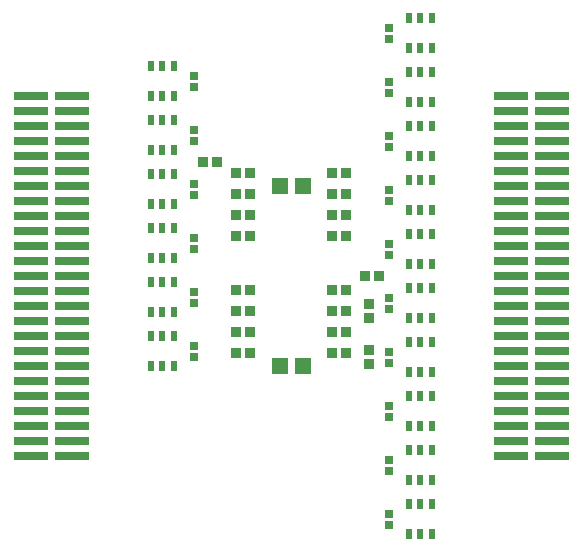
<source format=gbp>
G04*
G04 #@! TF.GenerationSoftware,Altium Limited,Altium Designer,21.6.4 (81)*
G04*
G04 Layer_Color=128*
%FSLAX25Y25*%
%MOIN*%
G70*
G04*
G04 #@! TF.SameCoordinates,90030F59-7507-437C-A338-71E6985DC830*
G04*
G04*
G04 #@! TF.FilePolarity,Positive*
G04*
G01*
G75*
%ADD25R,0.05334X0.05756*%
G04:AMPARAMS|DCode=26|XSize=21.65mil|YSize=31.5mil|CornerRadius=1.95mil|HoleSize=0mil|Usage=FLASHONLY|Rotation=180.000|XOffset=0mil|YOffset=0mil|HoleType=Round|Shape=RoundedRectangle|*
%AMROUNDEDRECTD26*
21,1,0.02165,0.02760,0,0,180.0*
21,1,0.01776,0.03150,0,0,180.0*
1,1,0.00390,-0.00888,0.01380*
1,1,0.00390,0.00888,0.01380*
1,1,0.00390,0.00888,-0.01380*
1,1,0.00390,-0.00888,-0.01380*
%
%ADD26ROUNDEDRECTD26*%
%ADD27R,0.03394X0.03377*%
%ADD28R,0.03377X0.03394*%
%ADD29R,0.02835X0.02992*%
%ADD30R,0.11496X0.02913*%
%ADD38R,0.11496X0.02914*%
D25*
X203841Y170000D02*
D03*
X196159D02*
D03*
X203841Y230000D02*
D03*
X196159D02*
D03*
D26*
X239260Y142020D02*
D03*
X243000D02*
D03*
X246740D02*
D03*
Y131980D02*
D03*
X243000D02*
D03*
X239260D02*
D03*
X160740Y259980D02*
D03*
X157000D02*
D03*
X153260D02*
D03*
Y270020D02*
D03*
X157000D02*
D03*
X160740D02*
D03*
X239260Y214020D02*
D03*
X243000D02*
D03*
X246740D02*
D03*
Y203980D02*
D03*
X243000D02*
D03*
X239260D02*
D03*
X160740Y180020D02*
D03*
X157000D02*
D03*
X153260D02*
D03*
Y169980D02*
D03*
X157000D02*
D03*
X160740D02*
D03*
X239260Y113980D02*
D03*
X243000D02*
D03*
X246740D02*
D03*
Y124020D02*
D03*
X243000D02*
D03*
X239260D02*
D03*
Y149980D02*
D03*
X243000D02*
D03*
X246740D02*
D03*
Y160020D02*
D03*
X243000D02*
D03*
X239260D02*
D03*
Y167980D02*
D03*
X243000D02*
D03*
X246740D02*
D03*
Y178020D02*
D03*
X243000D02*
D03*
X239260D02*
D03*
Y185980D02*
D03*
X243000D02*
D03*
X246740D02*
D03*
Y196020D02*
D03*
X243000D02*
D03*
X239260D02*
D03*
X160740Y198020D02*
D03*
X157000D02*
D03*
X153260D02*
D03*
Y187980D02*
D03*
X157000D02*
D03*
X160740D02*
D03*
X239260Y221980D02*
D03*
X243000D02*
D03*
X246740D02*
D03*
Y232020D02*
D03*
X243000D02*
D03*
X239260D02*
D03*
X160740Y216020D02*
D03*
X157000D02*
D03*
X153260D02*
D03*
Y205980D02*
D03*
X157000D02*
D03*
X160740D02*
D03*
X239260Y239980D02*
D03*
X243000D02*
D03*
X246740D02*
D03*
Y250020D02*
D03*
X243000D02*
D03*
X239260D02*
D03*
X160740Y252020D02*
D03*
X157000D02*
D03*
X153260D02*
D03*
Y241980D02*
D03*
X157000D02*
D03*
X160740D02*
D03*
X239260Y257980D02*
D03*
X243000D02*
D03*
X246740D02*
D03*
Y268020D02*
D03*
X243000D02*
D03*
X239260D02*
D03*
X160740Y234020D02*
D03*
X157000D02*
D03*
X153260D02*
D03*
Y223980D02*
D03*
X157000D02*
D03*
X160740D02*
D03*
X239260Y275980D02*
D03*
X243000D02*
D03*
X246740D02*
D03*
Y286020D02*
D03*
X243000D02*
D03*
X239260D02*
D03*
D27*
X226000Y190871D02*
D03*
Y186129D02*
D03*
Y170629D02*
D03*
Y175371D02*
D03*
D28*
X175371Y238000D02*
D03*
X170629D02*
D03*
X224529Y200100D02*
D03*
X229271D02*
D03*
X186371Y234500D02*
D03*
X181629D02*
D03*
X213629D02*
D03*
X218371D02*
D03*
X213629Y227500D02*
D03*
X218371D02*
D03*
X213629Y220500D02*
D03*
X218371D02*
D03*
X213629Y213500D02*
D03*
X218371D02*
D03*
X181629Y174500D02*
D03*
X186371D02*
D03*
X181629Y188500D02*
D03*
X186371D02*
D03*
X213629Y174500D02*
D03*
X218371D02*
D03*
X213629Y188500D02*
D03*
X218371D02*
D03*
X186371Y220500D02*
D03*
X181629D02*
D03*
X213629Y181500D02*
D03*
X218371D02*
D03*
X213629Y195500D02*
D03*
X218371D02*
D03*
X181629Y181500D02*
D03*
X186371D02*
D03*
X181629Y195500D02*
D03*
X186371D02*
D03*
X186371Y227500D02*
D03*
X181629D02*
D03*
X186371Y213500D02*
D03*
X181629D02*
D03*
D29*
X232500Y120929D02*
D03*
Y117071D02*
D03*
Y138929D02*
D03*
Y135071D02*
D03*
Y156929D02*
D03*
Y153071D02*
D03*
Y174929D02*
D03*
Y171071D02*
D03*
Y192929D02*
D03*
Y189071D02*
D03*
Y210929D02*
D03*
Y207071D02*
D03*
Y228929D02*
D03*
Y225071D02*
D03*
Y282929D02*
D03*
Y279071D02*
D03*
Y264929D02*
D03*
Y261071D02*
D03*
Y246929D02*
D03*
Y243071D02*
D03*
X167500Y230929D02*
D03*
Y227071D02*
D03*
Y212929D02*
D03*
Y209071D02*
D03*
Y194929D02*
D03*
Y191071D02*
D03*
Y176929D02*
D03*
Y173071D02*
D03*
Y248929D02*
D03*
Y245071D02*
D03*
X167500Y266929D02*
D03*
Y263071D02*
D03*
D30*
X273252Y140000D02*
D03*
X286748D02*
D03*
X273252Y145000D02*
D03*
X286748D02*
D03*
X273252Y150000D02*
D03*
X286748D02*
D03*
X273252Y155000D02*
D03*
X286748D02*
D03*
X273252Y160000D02*
D03*
X286748D02*
D03*
X273252Y165000D02*
D03*
X286748D02*
D03*
X273252Y170000D02*
D03*
X286748D02*
D03*
X273252Y175000D02*
D03*
X286748D02*
D03*
X273252Y180000D02*
D03*
X286748D02*
D03*
X273252Y185000D02*
D03*
X286748D02*
D03*
X273252Y190000D02*
D03*
X286748D02*
D03*
X273252Y195000D02*
D03*
X286748D02*
D03*
X273252Y200000D02*
D03*
X286748D02*
D03*
X273252Y205000D02*
D03*
X286748D02*
D03*
X273252Y210000D02*
D03*
X286748D02*
D03*
X273252Y215000D02*
D03*
X286748D02*
D03*
X273252Y220000D02*
D03*
X286748D02*
D03*
X273252Y225000D02*
D03*
X286748D02*
D03*
X273252Y230000D02*
D03*
X286748D02*
D03*
X273252Y235000D02*
D03*
X286748D02*
D03*
X273252Y240000D02*
D03*
X286748D02*
D03*
X273252Y245000D02*
D03*
X286748D02*
D03*
X273252Y250000D02*
D03*
X286748D02*
D03*
X273252Y255000D02*
D03*
X286748D02*
D03*
X273252Y260000D02*
D03*
X286748D02*
D03*
X126748D02*
D03*
X113252D02*
D03*
X126748Y255000D02*
D03*
X113252D02*
D03*
X126748Y250000D02*
D03*
X113252D02*
D03*
X126748Y245000D02*
D03*
X113252D02*
D03*
X126748Y240000D02*
D03*
X113252D02*
D03*
X126748Y235000D02*
D03*
X113252D02*
D03*
X126748Y230000D02*
D03*
X113252D02*
D03*
X126748Y225000D02*
D03*
X113252D02*
D03*
X126748Y220000D02*
D03*
X113252D02*
D03*
X126748Y215000D02*
D03*
X113252D02*
D03*
X126748Y210000D02*
D03*
X113252D02*
D03*
X126748Y205000D02*
D03*
X113252D02*
D03*
X126748Y200000D02*
D03*
X113252D02*
D03*
X126748Y195000D02*
D03*
X113252D02*
D03*
X126748Y190000D02*
D03*
X113252D02*
D03*
X126748Y185000D02*
D03*
X113252D02*
D03*
X126748Y180000D02*
D03*
X113252D02*
D03*
X126748Y175000D02*
D03*
X113252D02*
D03*
X126748Y170000D02*
D03*
X113252D02*
D03*
X126748Y165000D02*
D03*
X113252D02*
D03*
X126748Y160000D02*
D03*
X113252D02*
D03*
X126748Y155000D02*
D03*
X113252D02*
D03*
X126748Y150000D02*
D03*
X113252D02*
D03*
X126748Y145000D02*
D03*
X113252D02*
D03*
X126748Y140000D02*
D03*
X113252D02*
D03*
D38*
X273252D02*
D03*
X286748D02*
D03*
X273252Y145000D02*
D03*
X286748D02*
D03*
X273252Y150000D02*
D03*
X286748D02*
D03*
X273252Y155000D02*
D03*
X286748D02*
D03*
X273252Y160000D02*
D03*
X286748D02*
D03*
X273252Y165000D02*
D03*
X286748D02*
D03*
X273252Y170000D02*
D03*
X286748D02*
D03*
X273252Y175000D02*
D03*
X286748D02*
D03*
X273252Y180000D02*
D03*
X286748D02*
D03*
X273252Y185000D02*
D03*
X286748D02*
D03*
X273252Y190000D02*
D03*
X286748D02*
D03*
X273252Y195000D02*
D03*
X286748D02*
D03*
X273252Y200000D02*
D03*
X286748D02*
D03*
X273252Y205000D02*
D03*
X286748D02*
D03*
X273252Y210000D02*
D03*
X286748D02*
D03*
X273252Y215000D02*
D03*
X286748D02*
D03*
X273252Y220000D02*
D03*
X286748D02*
D03*
X273252Y225000D02*
D03*
X286748D02*
D03*
X273252Y230000D02*
D03*
X286748D02*
D03*
X273252Y235000D02*
D03*
X286748D02*
D03*
X273252Y240000D02*
D03*
X286748D02*
D03*
X273252Y245000D02*
D03*
X286748D02*
D03*
X273252Y250000D02*
D03*
X286748D02*
D03*
X273252Y255000D02*
D03*
X286748D02*
D03*
X273252Y260000D02*
D03*
X286748D02*
D03*
X126748D02*
D03*
X113252D02*
D03*
X126748Y255000D02*
D03*
X113252D02*
D03*
X126748Y250000D02*
D03*
X113252D02*
D03*
X126748Y245000D02*
D03*
X113252D02*
D03*
X126748Y240000D02*
D03*
X113252D02*
D03*
X126748Y235000D02*
D03*
X113252D02*
D03*
X126748Y230000D02*
D03*
X113252D02*
D03*
X126748Y225000D02*
D03*
X113252D02*
D03*
X126748Y220000D02*
D03*
X113252D02*
D03*
X126748Y215000D02*
D03*
X113252D02*
D03*
X126748Y210000D02*
D03*
X113252D02*
D03*
X126748Y205000D02*
D03*
X113252D02*
D03*
X126748Y200000D02*
D03*
X113252D02*
D03*
X126748Y195000D02*
D03*
X113252D02*
D03*
X126748Y190000D02*
D03*
X113252D02*
D03*
X126748Y185000D02*
D03*
X113252D02*
D03*
X126748Y180000D02*
D03*
X113252D02*
D03*
X126748Y175000D02*
D03*
X113252D02*
D03*
X126748Y170000D02*
D03*
X113252D02*
D03*
X126748Y165000D02*
D03*
X113252D02*
D03*
X126748Y160000D02*
D03*
X113252D02*
D03*
X126748Y155000D02*
D03*
X113252D02*
D03*
X126748Y150000D02*
D03*
X113252D02*
D03*
X126748Y145000D02*
D03*
X113252D02*
D03*
X126748Y140000D02*
D03*
X113252D02*
D03*
M02*

</source>
